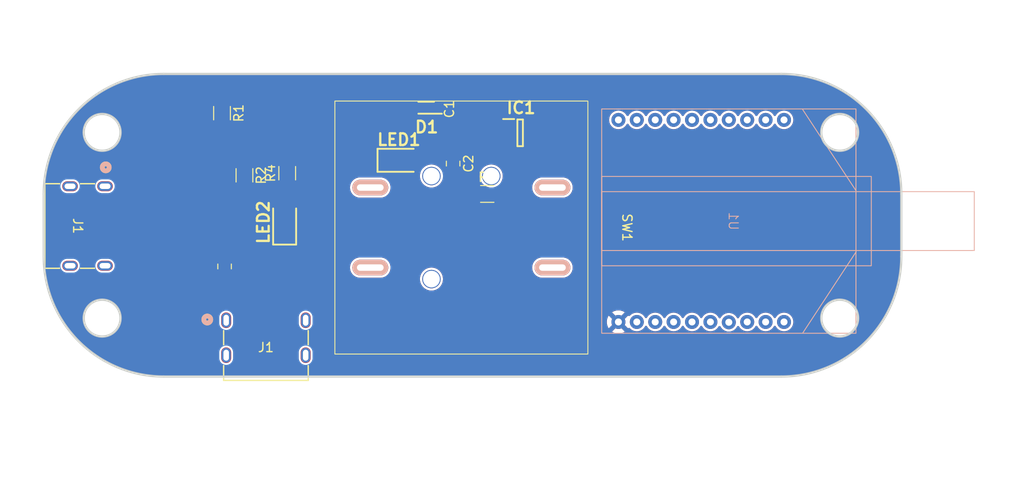
<source format=kicad_pcb>
(kicad_pcb (version 20221018) (generator pcbnew)
  (layers (0 "F.Cu" signal) (31 "B.Cu" signal) (34 "B.Paste" user) (35 "F.Paste" user) (36 "B.SilkS" user "B.Silkscreen") (37 "F.SilkS" user "F.Silkscreen") (38 "B.Mask" user) (39 "F.Mask" user) (44 "Edge.Cuts" user))
  (net 0 "")
  (net 1 "+5V")
  (net 2 "GND")
  (net 3 "+3.3V")
  (net 7 "Net-(R1-Pad1)")
  (net 27 "Net-(U1-AD0{slash}DIO0)")
  (net 28 "Net-(LED1-A)")
  (net 29 "Net-(LED2-A)")
  (net 30 "Net-(D1-K)")
  (footprint "Resistor_SMD:R_1206_3216Metric_Pad1.30x1.75mm_HandSolder" (layer "F.Cu") (at 87.884 111.0256 -90)
    (fp_text reference "R1" (at 0 -1.82 90) (layer "F.SilkS"))
    (fp_text value "1k")
    (fp_line (start -0.727064 -0.91) (end 0.727064 -0.91) (stroke (width 0.12)) (layer "F.SilkS"))
    (fp_line (start -0.727064 0.91) (end 0.727064 0.91) (stroke (width 0.12)) (layer "F.SilkS"))
    (pad "1" smd roundrect (at -1.55 0 270) (size 1.3 1.75) (layers "F.Cu" "F.Paste" "F.Mask") (roundrect_rratio 0.1923076923) (net 7 "Net-(R1-Pad1)"))
    (pad "2" smd roundrect (at 1.55 0 270) (size 1.3 1.75) (layers "F.Cu" "F.Paste" "F.Mask") (roundrect_rratio 0.1923076923) (net 27 "Net-(U1-AD0{slash}DIO0)"))
  )
  (footprint "10164359_00011LF:CONN_10164359-00011LF_AMP" (layer "F.Cu") (at 92.657201 136.492201)
    (fp_text reference "J1" (at 0 0 unlocked) (layer "F.SilkS"))
    (fp_text value "10164359-00011LF")
    (fp_circle (center -6.3754 -3.034401) (end -5.9944 -3.034401) (stroke (width 0.508)) (fill none) (layer "B.SilkS"))
    (fp_line (start -4.5974 -1.815689) (end -4.5974 -0.293112) (stroke (width 0.1524)) (layer "F.SilkS"))
    (fp_line (start -4.5974 1.984311) (end -4.5974 3.5814) (stroke (width 0.1524)) (layer "F.SilkS"))
    (fp_line (start -4.5974 3.5814) (end 4.5974 3.5814) (stroke (width 0.1524)) (layer "F.SilkS"))
    (fp_line (start 4.5974 -0.293112) (end 4.5974 -1.815689) (stroke (width 0.1524)) (layer "F.SilkS"))
    (fp_line (start 4.5974 3.5814) (end 4.5974 1.984311) (stroke (width 0.1524)) (layer "F.SilkS"))
    (fp_circle (center -6.3754 -3.034401) (end -5.9944 -3.034401) (stroke (width 0.508)) (fill none) (layer "F.SilkS"))
    (pad "" thru_hole oval (at -4.320002 -2.954401) (size 1 1.6) (drill oval 0.6 1.2) (layers "*.Cu" "*.Mask"))
    (pad "" thru_hole oval (at -4.319999 0.845599) (size 1 1.6) (drill oval 0.6 1.2) (layers "*.Cu" "*.Mask"))
    (pad "" thru_hole oval (at 4.319999 0.845599) (size 1 1.6) (drill oval 0.6 1.2) (layers "*.Cu" "*.Mask"))
    (pad "" thru_hole oval (at 4.320002 -2.954401) (size 1 1.6) (drill oval 0.6 1.2) (layers "*.Cu" "*.Mask"))
    (pad "7" smd oval (at -4.320002 -2.954401) (size 1.0922 1.7018) (layers "F.Cu" "F.Paste" "F.Mask"))
    (pad "8" smd oval (at 4.320002 -2.954401) (size 1.0922 1.7018) (layers "F.Cu" "F.Paste" "F.Mask"))
    (pad "9" smd oval (at -4.319999 0.845599) (size 1.0922 1.7018) (layers "F.Cu" "F.Paste" "F.Mask"))
    (pad "10" smd oval (at 4.319999 0.845599) (size 1.0922 1.7018) (layers "F.Cu" "F.Paste" "F.Mask"))
    (pad "A5" smd rect (at -0.499999 -3.034401) (size 0.7112 1.1938) (layers "F.Cu" "F.Paste" "F.Mask"))
    (pad "A9" smd rect (at 1.52 -3.034401) (size 0.762 1.1938) (layers "F.Cu" "F.Paste" "F.Mask"))
    (pad "A12" smd rect (at 2.75 -3.034401) (size 0.8128 1.1938) (layers "F.Cu" "F.Paste" "F.Mask"))
    (pad "B5" smd rect (at 0.499999 -3.034401) (size 0.7112 1.1938) (layers "F.Cu" "F.Paste" "F.Mask"))
    (pad "B9" smd rect (at -1.52 -3.034401) (size 0.762 1.1938) (layers "F.Cu" "F.Paste" "F.Mask"))
    (pad "B12" smd rect (at -2.75 -3.034401) (size 0.8128 1.1938) (layers "F.Cu" "F.Paste" "F.Mask"))
  )
  (footprint "QTLP650C2TR:LEDC3216X130N" (layer "F.Cu") (at 107.212 116.1492)
    (fp_text reference "LED1" (at -0.1016 -2.2352) (layer "F.SilkS") (effects (font (size 1.27 1.27) (thickness 0.254))))
    (fp_text value "QTLP650C2TR" hide)
    (fp_line (start -2.425 -1.25) (end -2.425 1.25) (stroke (width 0.2)) (layer "F.SilkS"))
    (fp_line (start -2.425 1.25) (end 1.5 1.25) (stroke (width 0.2)) (layer "F.SilkS"))
    (fp_line (start 1.5 -1.25) (end -2.425 -1.25) (stroke (width 0.2)) (layer "F.SilkS"))
    (pad "1" smd rect (at -1.5 0) (size 1.15 1.8) (layers "F.Cu" "F.Paste" "F.Mask") (net 2 "GND"))
    (pad "2" smd rect (at 1.5 0) (size 1.15 1.8) (layers "F.Cu" "F.Paste" "F.Mask") (net 28 "Net-(LED1-A)"))
  )
  (footprint "Resistor_SMD:R_1206_3216Metric_Pad1.30x1.75mm_HandSolder" (layer "F.Cu") (at 90.3224 117.782 -90)
    (fp_text reference "R2" (at 0 -1.82 90) (layer "F.SilkS"))
    (fp_text value "1k")
    (fp_line (start -0.727064 -0.91) (end 0.727064 -0.91) (stroke (width 0.12)) (layer "F.SilkS"))
    (fp_line (start -0.727064 0.91) (end 0.727064 0.91) (stroke (width 0.12)) (layer "F.SilkS"))
    (pad "1" smd roundrect (at -1.55 0 270) (size 1.3 1.75) (layers "F.Cu" "F.Paste" "F.Mask") (roundrect_rratio 0.1923076923) (net 27 "Net-(U1-AD0{slash}DIO0)"))
    (pad "2" smd roundrect (at 1.55 0 270) (size 1.3 1.75) (layers "F.Cu" "F.Paste" "F.Mask") (roundrect_rratio 0.1923076923) (net 2 "GND"))
  )
  (footprint "Resistor_SMD:R_1206_3216Metric_Pad1.30x1.75mm_HandSolder" (layer "F.Cu") (at 94.9706 117.5534 90)
    (fp_text reference "R4" (at 0 -1.82 90) (layer "F.SilkS"))
    (fp_text value "86ohm, 1/10w")
    (fp_line (start -0.727064 -0.91) (end 0.727064 -0.91) (stroke (width 0.12)) (layer "F.SilkS"))
    (fp_line (start -0.727064 0.91) (end 0.727064 0.91) (stroke (width 0.12)) (layer "F.SilkS"))
    (pad "1" smd roundrect (at -1.55 0 90) (size 1.3 1.75) (layers "F.Cu" "F.Paste" "F.Mask") (roundrect_rratio 0.1923076923) (net 29 "Net-(LED2-A)"))
    (pad "2" smd roundrect (at 1.55 0 90) (size 1.3 1.75) (layers "F.Cu" "F.Paste" "F.Mask") (roundrect_rratio 0.1923076923) (net 27 "Net-(U1-AD0{slash}DIO0)"))
  )
  (footprint "10164359_00011LF:CONN_10164359-00011LF_AMP" (layer "F.Cu") (at 72.2122 123.2916 -90)
    (fp_text reference "J1" (at 0 0 -90 unlocked) (layer "F.SilkS"))
    (fp_text value "10164359-00011LF")
    (fp_circle (center -6.3754 -3.034401) (end -5.9944 -3.034401) (stroke (width 0.508)) (fill none) (layer "B.SilkS"))
    (fp_line (start -4.5974 -1.815689) (end -4.5974 -0.293112) (stroke (width 0.1524)) (layer "F.SilkS"))
    (fp_line (start -4.5974 1.984311) (end -4.5974 3.5814) (stroke (width 0.1524)) (layer "F.SilkS"))
    (fp_line (start -4.5974 3.5814) (end 4.5974 3.5814) (stroke (width 0.1524)) (layer "F.SilkS"))
    (fp_line (start 4.5974 -0.293112) (end 4.5974 -1.815689) (stroke (width 0.1524)) (layer "F.SilkS"))
    (fp_line (start 4.5974 3.5814) (end 4.5974 1.984311) (stroke (width 0.1524)) (layer "F.SilkS"))
    (fp_circle (center -6.3754 -3.034401) (end -5.9944 -3.034401) (stroke (width 0.508)) (fill none) (layer "F.SilkS"))
    (pad "" thru_hole oval (at -4.320002 -2.954401 270) (size 1 1.6) (drill oval 0.6 1.2) (layers "*.Cu" "*.Mask"))
    (pad "" thru_hole oval (at -4.319999 0.845599 270) (size 1 1.6) (drill oval 0.6 1.2) (layers "*.Cu" "*.Mask"))
    (pad "" thru_hole oval (at 4.319999 0.845599 270) (size 1 1.6) (drill oval 0.6 1.2) (layers "*.Cu" "*.Mask"))
    (pad "" thru_hole oval (at 4.320002 -2.954401 270) (size 1 1.6) (drill oval 0.6 1.2) (layers "*.Cu" "*.Mask"))
    (pad "7" smd oval (at -4.320002 -2.954401 270) (size 1.0922 1.7018) (layers "F.Cu" "F.Paste" "F.Mask"))
    (pad "8" smd oval (at 4.320002 -2.954401 270) (size 1.0922 1.7018) (layers "F.Cu" "F.Paste" "F.Mask"))
    (pad "9" smd oval (at -4.319999 0.845599 270) (size 1.0922 1.7018) (layers "F.Cu" "F.Paste" "F.Mask"))
    (pad "10" smd oval (at 4.319999 0.845599 270) (size 1.0922 1.7018) (layers "F.Cu" "F.Paste" "F.Mask"))
    (pad "A5" smd rect (at -0.499999 -3.034401 270) (size 0.7112 1.1938) (layers "F.Cu" "F.Paste" "F.Mask"))
    (pad "A9" smd rect (at 1.52 -3.034401 270) (size 0.762 1.1938) (layers "F.Cu" "F.Paste" "F.Mask") (net 2 "GND"))
    (pad "A12" smd rect (at 2.75 -3.034401 270) (size 0.8128 1.1938) (layers "F.Cu" "F.Paste" "F.Mask") (net 1 "+5V"))
    (pad "B5" smd rect (at 0.499999 -3.034401 270) (size 0.7112 1.1938) (layers "F.Cu" "F.Paste" "F.Mask") (net 1 "+5V"))
    (pad "B9" smd rect (at -1.52 -3.034401 270) (size 0.762 1.1938) (layers "F.Cu" "F.Paste" "F.Mask"))
    (pad "B12" smd rect (at -2.75 -3.034401 270) (size 0.8128 1.1938) (layers "F.Cu" "F.Paste" "F.Mask") (net 2 "GND"))
  )
  (footprint "Capacitor_SMD:C_0805_2012Metric_Pad1.18x1.45mm_HandSolder" (layer "F.Cu") (at 113.0046 116.5087 -90)
    (fp_text reference "C2" (at 0 -1.68 90) (layer "F.SilkS"))
    (fp_text value "1uF, 10V")
    (fp_line (start -0.261252 -0.735) (end 0.261252 -0.735) (stroke (width 0.12)) (layer "F.SilkS"))
    (fp_line (start -0.261252 0.735) (end 0.261252 0.735) (stroke (width 0.12)) (layer "F.SilkS"))
    (pad "1" smd roundrect (at -1.0375 0 270) (size 1.175 1.45) (layers "F.Cu" "F.Paste" "F.Mask") (roundrect_rratio 0.2127659574) (net 3 "+3.3V"))
    (pad "2" smd roundrect (at 1.0375 0 270) (size 1.175 1.45) (layers "F.Cu" "F.Paste" "F.Mask") (roundrect_rratio 0.2127659574) (net 2 "GND"))
  )
  (footprint "QTLP650C2TR:LEDC3216X130N" (layer "F.Cu") (at 94.6912 122.8866 90)
    (fp_text reference "LED2" (at 0 -2.3114 90) (layer "F.SilkS") (effects (font (size 1.27 1.27) (thickness 0.254))))
    (fp_text value "QTLP650C2TR" hide)
    (fp_line (start -2.425 -1.25) (end -2.425 1.25) (stroke (width 0.2)) (layer "F.SilkS"))
    (fp_line (start -2.425 1.25) (end 1.5 1.25) (stroke (width 0.2)) (layer "F.SilkS"))
    (fp_line (start 1.5 -1.25) (end -2.425 -1.25) (stroke (width 0.2)) (layer "F.SilkS"))
    (pad "1" smd rect (at -1.5 0 90) (size 1.15 1.8) (layers "F.Cu" "F.Paste" "F.Mask") (net 2 "GND"))
    (pad "2" smd rect (at 1.5 0 90) (size 1.15 1.8) (layers "F.Cu" "F.Paste" "F.Mask") (net 29 "Net-(LED2-A)"))
  )
  (footprint "TLV75533PDBVR:SOT95P280X145-5N" (layer "F.Cu") (at 120.289 113.1672)
    (fp_text reference "IC1" (at 0.1016 -2.7178) (layer "F.SilkS") (effects (font (size 1.27 1.27) (thickness 0.254))))
    (fp_text value "TLV75533PDBVR" hide)
    (fp_line (start -1.85 -1.5) (end -0.65 -1.5) (stroke (width 0.2)) (layer "F.SilkS"))
    (fp_line (start -0.3 -1.45) (end 0.3 -1.45) (stroke (width 0.2)) (layer "F.SilkS"))
    (fp_line (start -0.3 1.45) (end -0.3 -1.45) (stroke (width 0.2)) (layer "F.SilkS"))
    (fp_line (start 0.3 -1.45) (end 0.3 1.45) (stroke (width 0.2)) (layer "F.SilkS"))
    (fp_line (start 0.3 1.45) (end -0.3 1.45) (stroke (width 0.2)) (layer "F.SilkS"))
    (pad "1" smd rect (at -1.25 -0.95 90) (size 0.6 1.2) (layers "F.Cu" "F.Paste" "F.Mask") (net 30 "Net-(D1-K)"))
    (pad "2" smd rect (at -1.25 0 90) (size 0.6 1.2) (layers "F.Cu" "F.Paste" "F.Mask") (net 2 "GND"))
    (pad "3" smd rect (at -1.25 0.95 90) (size 0.6 1.2) (layers "F.Cu" "F.Paste" "F.Mask") (net 30 "Net-(D1-K)"))
    (pad "4" smd rect (at 1.25 0.95 90) (size 0.6 1.2) (layers "F.Cu" "F.Paste" "F.Mask"))
    (pad "5" smd rect (at 1.25 -0.95 90) (size 0.6 1.2) (layers "F.Cu" "F.Paste" "F.Mask") (net 3 "+3.3V"))
  )
  (footprint "Resistor_SMD:R_1206_3216Metric_Pad1.30x1.75mm_HandSolder" (layer "F.Cu") (at 116.7136 119.8068)
    (fp_text reference "R3" (at 0 -1.82) (layer "F.SilkS"))
    (fp_text value "86ohm, 1/10w")
    (fp_line (start -0.727064 -0.91) (end 0.727064 -0.91) (stroke (width 0.12)) (layer "F.SilkS"))
    (fp_line (start -0.727064 0.91) (end 0.727064 0.91) (stroke (width 0.12)) (layer "F.SilkS"))
    (pad "1" smd roundrect (at -1.55 0) (size 1.3 1.75) (layers "F.Cu" "F.Paste" "F.Mask") (roundrect_rratio 0.1923076923) (net 28 "Net-(LED1-A)"))
    (pad "2" smd roundrect (at 1.55 0) (size 1.3 1.75) (layers "F.Cu" "F.Paste" "F.Mask") (roundrect_rratio 0.1923076923) (net 3 "+3.3V"))
  )
  (footprint "Capacitor_SMD:C_0805_2012Metric_Pad1.18x1.45mm_HandSolder" (layer "F.Cu") (at 88.1628 127.6897 90)
    (fp_text reference "C1" (at 17.0992 24.4318 90) (layer "F.SilkS"))
    (fp_text value "1uF, 10V")
    (fp_line (start -0.261252 -0.735) (end 0.261252 -0.735) (stroke (width 0.12)) (layer "F.SilkS"))
    (fp_line (start -0.261252 0.735) (end 0.261252 0.735) (stroke (width 0.12)) (layer "F.SilkS"))
    (pad "1" smd roundrect (at -1.0375 0 90) (size 1.175 1.45) (layers "F.Cu" "F.Paste" "F.Mask") (roundrect_rratio 0.2127659574) (net 30 "Net-(D1-K)"))
    (pad "2" smd roundrect (at 1.0375 0 90) (size 1.175 1.45) (layers "F.Cu" "F.Paste" "F.Mask") (roundrect_rratio 0.2127659574) (net 2 "GND"))
  )
  (footprint "XA1E-BV302-R:XA1E-BV302-R" (layer "F.Cu") (at 113.8996 123.4628 -90)
    (fp_text reference "SW1" (at 0 -18.01 -90 unlocked) (layer "F.SilkS"))
    (fp_text value "~")
    (fp_rect (start -13.75 -13.75) (end 13.75 13.75) (stroke (width 0.1)) (fill none) (layer "F.SilkS"))
    (pad "1" thru_hole oval (at 4.35 -9.9 270) (size 1.7 3.9) (drill oval 0.7 2.9) (layers "*.Cu" "*.Mask" "B.SilkS") (net 3 "+3.3V"))
    (pad "2" thru_hole oval (at -4.35 -9.9 270) (size 1.7 3.9) (drill oval 0.7 2.9) (layers "*.Cu" "*.Mask" "B.SilkS") (net 7 "Net-(R1-Pad1)"))
    (pad "3" thru_hole oval (at 4.35 9.9 270) (size 1.7 3.9) (drill oval 0.7 2.9) (layers "*.Cu" "*.Mask" "B.SilkS"))
    (pad "4" thru_hole oval (at -4.35 9.9 270) (size 1.7 3.9) (drill oval 0.7 2.9) (layers "*.Cu" "*.Mask" "B.SilkS"))
    (pad "5" thru_hole circle (at -5.6 -3.25 270) (size 2 2) (drill 1.8) (layers "*.Cu" "*.Mask"))
    (pad "6" thru_hole circle (at 5.6 3.25 270) (size 2 2) (drill 1.8) (layers "*.Cu" "*.Mask"))
    (pad "7" thru_hole circle (at -5.6 3.25 270) (size 2 2) (drill 1.8) (layers "*.Cu" "*.Mask"))
  )
  (footprint "ZLLS400TA:SOD2513X120N" (layer "F.Cu") (at 110.0778 110.4342 180)
    (fp_text reference "D1" (at -0.0508 -2.1082) (layer "F.SilkS") (effects (font (size 1.27 1.27) (thickness 0.254))))
    (fp_text value "ZLLS400TA" hide)
    (fp_line (start -1.7 -0.65) (end 0.85 -0.65) (stroke (width 0.2)) (layer "F.SilkS"))
    (fp_line (start -0.85 0.65) (end 0.85 0.65) (stroke (width 0.2)) (layer "F.SilkS"))
    (pad "1" smd rect (at -1.162 0 270) (size 0.5 1.075) (layers "F.Cu" "F.Paste" "F.Mask") (net 30 "Net-(D1-K)"))
    (pad "2" smd rect (at 1.162 0 270) (size 0.5 1.075) (layers "F.Cu" "F.Paste" "F.Mask") (net 1 "+5V"))
  )
  (footprint "XB3-24AST-J:XB3-24AST-J" (layer "B.Cu") (at 142.9704 122.7582 90)
    (fp_text reference "U1" (at 0 0.5 -90 unlocked) (layer "B.SilkS") (effects (font (thickness 0.1)) (justify mirror)))
    (fp_text value "~")
    (fp_line (start -12.1412 8.0518) (end -3.3274 13.843) (stroke (width 0.1)) (layer "B.SilkS"))
    (fp_line (start 12.1285 8.0264) (end 3.3147 13.8176) (stroke (width 0.1)) (layer "B.SilkS"))
    (fp_rect (start -12.192 13.8176) (end 12.192 -13.8176) (stroke (width 0.1)) (fill none) (layer "B.SilkS"))
    (fp_rect (start -4.855 -13.8118) (end 4.855 15.4882) (stroke (width 0.1)) (fill none) (layer "B.SilkS"))
    (fp_rect (start -3.2 26.6824) (end 3.2 -13.8176) (stroke (width 0.1)) (fill none) (layer "B.SilkS"))
    (pad "1" thru_hole circle (at -10.9652 6 90) (size 1.524 1.524) (drill 0.762) (layers "*.Cu" "*.Mask") (net 3 "+3.3V"))
    (pad "2" thru_hole circle (at -10.9652 4 90) (size 1.524 1.524) (drill 0.762) (layers "*.Cu" "*.Mask"))
    (pad "3" thru_hole circle (at -10.9652 2 90) (size 1.524 1.524) (drill 0.762) (layers "*.Cu" "*.Mask"))
    (pad "4" thru_hole circle (at -10.9982 0 90) (size 1.524 1.524) (drill 0.762) (layers "*.Cu" "*.Mask"))
    (pad "5" thru_hole circle (at -10.9652 -2 90) (size 1.524 1.524) (drill 0.762) (layers "*.Cu" "*.Mask"))
    (pad "6" thru_hole circle (at -10.9652 -4 90) (size 1.524 1.524) (drill 0.762) (layers "*.Cu" "*.Mask"))
    (pad "7" thru_hole circle (at -10.9652 -6 90) (size 1.524 1.524) (drill 0.762) (layers "*.Cu" "*.Mask"))
    (pad "8" thru_hole circle (at -10.9652 -8 90) (size 1.524 1.524) (drill 0.762) (layers "*.Cu" "*.Mask"))
    (pad "9" thru_hole circle (at -10.9652 -10 90) (size 1.524 1.524) (drill 0.762) (layers "*.Cu" "*.Mask"))
    (pad "10" thru_hole circle (at -10.9652 -12 90) (size 1.524 1.524) (drill 0.762) (layers "*.Cu" "*.Mask") (net 2 "GND"))
    (pad "11" thru_hole circle (at 10.9982 -12 90) (size 1.524 1.524) (drill 0.762) (layers "*.Cu" "*.Mask"))
    (pad "12" thru_hole circle (at 10.9982 -10 90) (size 1.524 1.524) (drill 0.762) (layers "*.Cu" "*.Mask"))
    (pad "13" thru_hole circle (at 10.9982 -8 90) (size 1.524 1.524) (drill 0.762) (layers "*.Cu" "*.Mask"))
    (pad "14" thru_hole circle (at 10.9982 -6 90) (size 1.524 1.524) (drill 0.762) (layers "*.Cu" "*.Mask"))
    (pad "15" thru_hole circle (at 10.9982 -4 90) (size 1.524 1.524) (drill 0.762) (layers "*.Cu" "*.Mask"))
    (pad "16" thru_hole circle (at 10.9982 -2 90) (size 1.524 1.524) (drill 0.762) (layers "*.Cu" "*.Mask"))
    (pad "17" thru_hole circle (at 10.9982 0 90) (size 1.524 1.524) (drill 0.762) (layers "*.Cu" "*.Mask"))
    (pad "18" thru_hole circle (at 10.9982 2 90) (size 1.524 1.524) (drill 0.762) (layers "*.Cu" "*.Mask"))
    (pad "19" thru_hole circle (at 10.9982 4 90) (size 1.524 1.524) (drill 0.762) (layers "*.Cu" "*.Mask"))
    (pad "20" thru_hole circle (at 10.9982 6 90) (size 1.524 1.524) (drill 0.762) (layers "*.Cu" "*.Mask") (net 27 "Net-(U1-AD0{slash}DIO0)"))
  )
  (gr_circle (center 74.8538 113.114259) (end 74.8538 111.114259) (stroke (width 0.25)) (fill none) (layer "Edge.Cuts"))
  (gr_line (start 148.671341 106.764259) (end 81.551341 106.764259) (stroke (width 0.25)) (layer "Edge.Cuts"))
  (gr_arc (start 161.718882 126.6068) (mid 157.897346 135.832805) (end 148.671341 139.654341) (stroke (width 0.25)) (layer "Edge.Cuts"))
  (gr_circle (center 74.8538 133.304341) (end 74.8538 131.304341) (stroke (width 0.25)) (fill none) (layer "Edge.Cuts"))
  (gr_arc (start 81.551341 139.654341) (mid 72.325336 135.832805) (end 68.5038 126.6068) (stroke (width 0.25)) (layer "Edge.Cuts"))
  (gr_circle (center 155.021341 113.114259) (end 155.021341 111.114259) (stroke (width 0.25)) (fill none) (layer "Edge.Cuts"))
  (gr_line (start 161.718882 126.6068) (end 161.718882 119.8118) (stroke (width 0.25)) (layer "Edge.Cuts"))
  (gr_line (start 68.5038 119.8118) (end 68.5038 126.6068) (stroke (width 0.25)) (layer "Edge.Cuts"))
  (gr_circle (center 155.021341 133.304341) (end 155.021341 131.304341) (stroke (width 0.25)) (fill none) (layer "Edge.Cuts"))
  (gr_arc (start 68.5038 119.8118) (mid 72.325336 110.585795) (end 81.551341 106.764259) (stroke (width 0.25)) (layer "Edge.Cuts"))
  (gr_line (start 81.551341 139.654341) (end 148.671341 139.654341) (stroke (width 0.25)) (layer "Edge.Cuts"))
  (gr_arc (start 148.671341 106.764259) (mid 157.897346 110.585795) (end 161.718882 119.8118) (stroke (width 0.25)) (layer "Edge.Cuts"))
  (zone (net 2) (net_name "GND") (layers "F&B.Cu") (connect_pads (clearance 0.25)) (min_thickness 0.25) (fill yes (thermal_gap 0.5) (thermal_bridge_width 0.5))
    (polygon (pts (xy 174.852198 101.419613) (xy 175.055398 151.356013) (xy 63.752598 150.949613) (xy 64.387598 98.727213)))
  )
)
</source>
